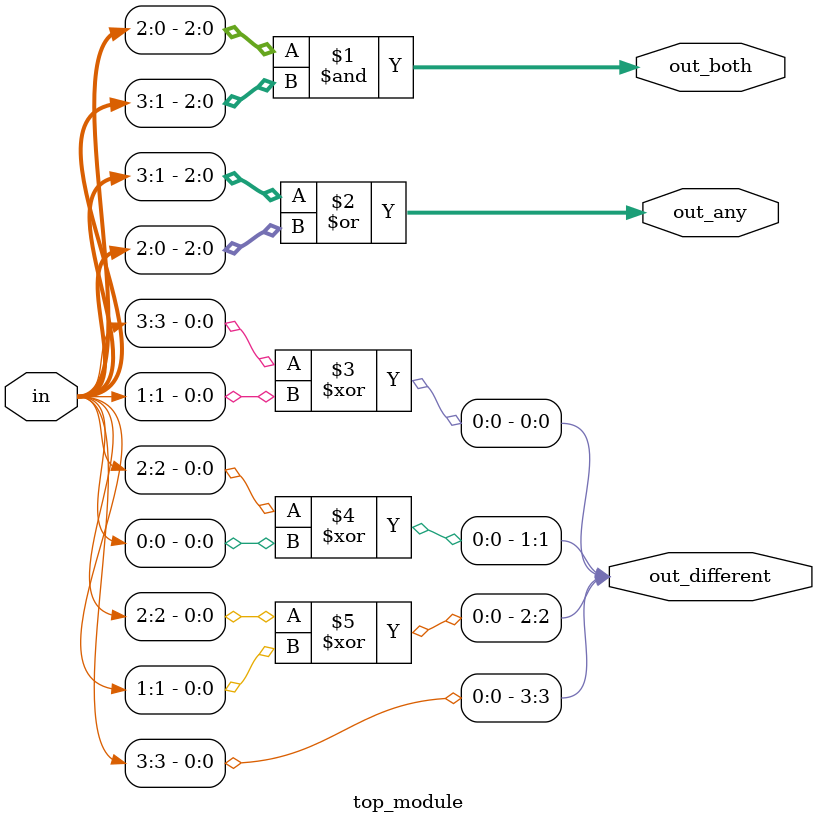
<source format=sv>
module top_module (
	input [3:0] in,
	output [2:0] out_both,
	output [3:1] out_any,
	output [3:0] out_different
);

	assign out_both = in[2:0] & in[3:1];
	assign out_any = in[3:1] | in[2:0];
	assign out_different = {in[3], in[2]^in[1], in[2]^in[0], in[3]^in[1]};

endmodule

</source>
